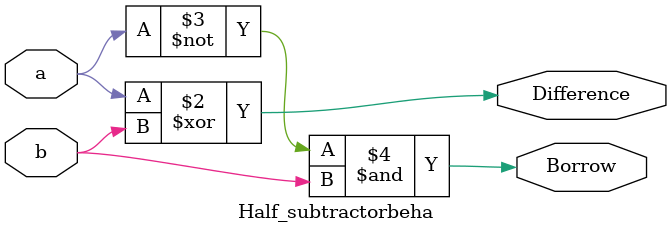
<source format=v>
`timescale 1ns / 1ps


module Half_subtractorbeha(Difference,Borrow,a,b);
output reg Difference,Borrow;
input a,b;
always @(*)
begin
Difference = a^b;
Borrow = ~a & b;
end
endmodule

</source>
